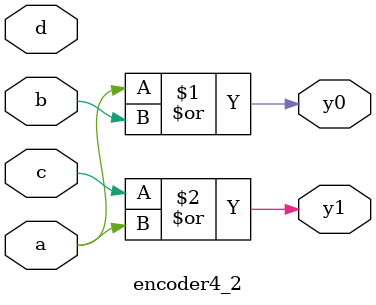
<source format=v>
module encoder4_2
  (input a,b,c,d,
   output y0,y1);
 
  or or1(y0,a,b);
  or or2(y1,c,a);
endmodule

</source>
